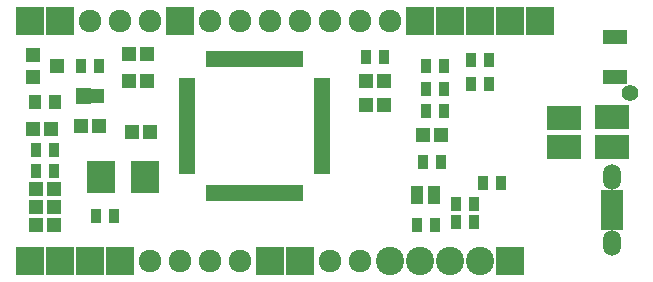
<source format=gbr>
G04 #@! TF.FileFunction,Soldermask,Top*
%FSLAX46Y46*%
G04 Gerber Fmt 4.6, Leading zero omitted, Abs format (unit mm)*
G04 Created by KiCad (PCBNEW 4.0.6) date 07/20/17 20:23:09*
%MOMM*%
%LPD*%
G01*
G04 APERTURE LIST*
%ADD10C,0.100000*%
%ADD11R,2.400000X2.400000*%
%ADD12R,1.200000X1.150000*%
%ADD13R,1.000000X1.200000*%
%ADD14R,2.398980X2.398980*%
%ADD15R,2.400000X2.398980*%
%ADD16C,2.398980*%
%ADD17C,1.924000*%
%ADD18R,0.900000X1.300000*%
%ADD19R,1.400000X0.650000*%
%ADD20R,0.650000X1.400000*%
%ADD21R,1.300000X1.200000*%
%ADD22R,2.100000X1.300000*%
%ADD23R,2.900000X2.100000*%
%ADD24R,1.400000X1.300000*%
%ADD25C,1.400000*%
%ADD26R,2.400000X2.800000*%
%ADD27R,1.000000X1.500000*%
%ADD28R,1.900000X0.850000*%
%ADD29O,1.500000X2.200000*%
%ADD30C,0.900000*%
G04 APERTURE END LIST*
D10*
D11*
X194310000Y-73660000D03*
X151130000Y-93980000D03*
D12*
X184416000Y-83312000D03*
X185916000Y-83312000D03*
X179590000Y-80772000D03*
X181090000Y-80772000D03*
X151650000Y-89408000D03*
X153150000Y-89408000D03*
X151650000Y-87884000D03*
X153150000Y-87884000D03*
X159524000Y-78740000D03*
X161024000Y-78740000D03*
X159524000Y-76454000D03*
X161024000Y-76454000D03*
X155460000Y-82550000D03*
X156960000Y-82550000D03*
X179590000Y-78740000D03*
X181090000Y-78740000D03*
X159778000Y-83058000D03*
X161278000Y-83058000D03*
D13*
X151550000Y-80518000D03*
X153250000Y-80518000D03*
D11*
X158750000Y-93980000D03*
X191770000Y-93980000D03*
X163830000Y-73660000D03*
D14*
X156210000Y-93980000D03*
D15*
X153670000Y-93980000D03*
D11*
X189230000Y-73660000D03*
X191770000Y-73660000D03*
X184150000Y-73660000D03*
X186690000Y-73660000D03*
D16*
X189230000Y-93980000D03*
X186690000Y-93980000D03*
X184150000Y-93980000D03*
X181610000Y-93980000D03*
D17*
X176530000Y-93980000D03*
D11*
X173990000Y-93980000D03*
X171450000Y-93980000D03*
D18*
X158230000Y-90170000D03*
X156730000Y-90170000D03*
X184670000Y-81280000D03*
X186170000Y-81280000D03*
X151650000Y-86360000D03*
X153150000Y-86360000D03*
X190996000Y-87376000D03*
X189496000Y-87376000D03*
X184416000Y-85598000D03*
X185916000Y-85598000D03*
X187210000Y-90678000D03*
X188710000Y-90678000D03*
X151650000Y-84582000D03*
X153150000Y-84582000D03*
X184670000Y-79375000D03*
X186170000Y-79375000D03*
X188480000Y-78994000D03*
X189980000Y-78994000D03*
X188480000Y-76962000D03*
X189980000Y-76962000D03*
X179590000Y-76708000D03*
X181090000Y-76708000D03*
X184670000Y-77470000D03*
X186170000Y-77470000D03*
D19*
X164480000Y-78800000D03*
X164480000Y-79300000D03*
X164480000Y-79800000D03*
X164480000Y-80300000D03*
X164480000Y-80800000D03*
X164480000Y-81300000D03*
X164480000Y-81800000D03*
X164480000Y-82300000D03*
X164480000Y-82800000D03*
X164480000Y-83300000D03*
X164480000Y-83800000D03*
X164480000Y-84300000D03*
X164480000Y-84800000D03*
X164480000Y-85300000D03*
X164480000Y-85800000D03*
X164480000Y-86300000D03*
D20*
X166430000Y-88250000D03*
X166930000Y-88250000D03*
X167430000Y-88250000D03*
X167930000Y-88250000D03*
X168430000Y-88250000D03*
X168930000Y-88250000D03*
X169430000Y-88250000D03*
X169930000Y-88250000D03*
X170430000Y-88250000D03*
X170930000Y-88250000D03*
X171430000Y-88250000D03*
X171930000Y-88250000D03*
X172430000Y-88250000D03*
X172930000Y-88250000D03*
X173430000Y-88250000D03*
X173930000Y-88250000D03*
D19*
X175880000Y-86300000D03*
X175880000Y-85800000D03*
X175880000Y-85300000D03*
X175880000Y-84800000D03*
X175880000Y-84300000D03*
X175880000Y-83800000D03*
X175880000Y-83300000D03*
X175880000Y-82800000D03*
X175880000Y-82300000D03*
X175880000Y-81800000D03*
X175880000Y-81300000D03*
X175880000Y-80800000D03*
X175880000Y-80300000D03*
X175880000Y-79800000D03*
X175880000Y-79300000D03*
X175880000Y-78800000D03*
D20*
X173930000Y-76850000D03*
X173430000Y-76850000D03*
X172930000Y-76850000D03*
X172430000Y-76850000D03*
X171930000Y-76850000D03*
X171430000Y-76850000D03*
X170930000Y-76850000D03*
X170430000Y-76850000D03*
X169930000Y-76850000D03*
X169430000Y-76850000D03*
X168930000Y-76850000D03*
X168430000Y-76850000D03*
X167930000Y-76850000D03*
X167430000Y-76850000D03*
X166930000Y-76850000D03*
X166430000Y-76850000D03*
D21*
X151400000Y-76520000D03*
X151400000Y-78420000D03*
X153400000Y-77470000D03*
D17*
X163830000Y-93980000D03*
X176530000Y-73660000D03*
X161290000Y-93980000D03*
X179070000Y-73660000D03*
X168910000Y-93980000D03*
X181610000Y-73660000D03*
X166370000Y-93980000D03*
X173990000Y-73660000D03*
X168910000Y-73660000D03*
X179070000Y-93980000D03*
X161290000Y-73660000D03*
X166370000Y-73660000D03*
X171450000Y-73660000D03*
X156210000Y-73660000D03*
X158750000Y-73660000D03*
D22*
X200660000Y-78408000D03*
X200660000Y-75008000D03*
D23*
X200406000Y-84328000D03*
X200406000Y-81788000D03*
X196342000Y-84328000D03*
X196374000Y-81858000D03*
D10*
G36*
X155052000Y-80660000D02*
X155052000Y-79360000D01*
X156352000Y-79360000D01*
X156352000Y-80660000D01*
X155052000Y-80660000D01*
X155052000Y-80660000D01*
G37*
D24*
X156718000Y-80010000D03*
D12*
X153150000Y-90932000D03*
X151650000Y-90932000D03*
X151396000Y-82804000D03*
X152896000Y-82804000D03*
D25*
X201930000Y-79756000D03*
D18*
X188710000Y-89154000D03*
X187210000Y-89154000D03*
D26*
X157154000Y-86868000D03*
X160854000Y-86868000D03*
D27*
X183958000Y-88392000D03*
X185358000Y-88392000D03*
D11*
X153670000Y-73660000D03*
D18*
X183908000Y-90932000D03*
X185408000Y-90932000D03*
D28*
X200406000Y-89662000D03*
X200406000Y-89027000D03*
X200406000Y-90297000D03*
X200406000Y-88392000D03*
X200406000Y-90932000D03*
D29*
X200406000Y-92456000D03*
X200406000Y-86868000D03*
D30*
X200914000Y-90297000D03*
X200914000Y-89027000D03*
X199898000Y-88392000D03*
X199898000Y-89662000D03*
X199898000Y-90932000D03*
D14*
X151130000Y-73660000D03*
D18*
X155460000Y-77470000D03*
X156960000Y-77470000D03*
M02*

</source>
